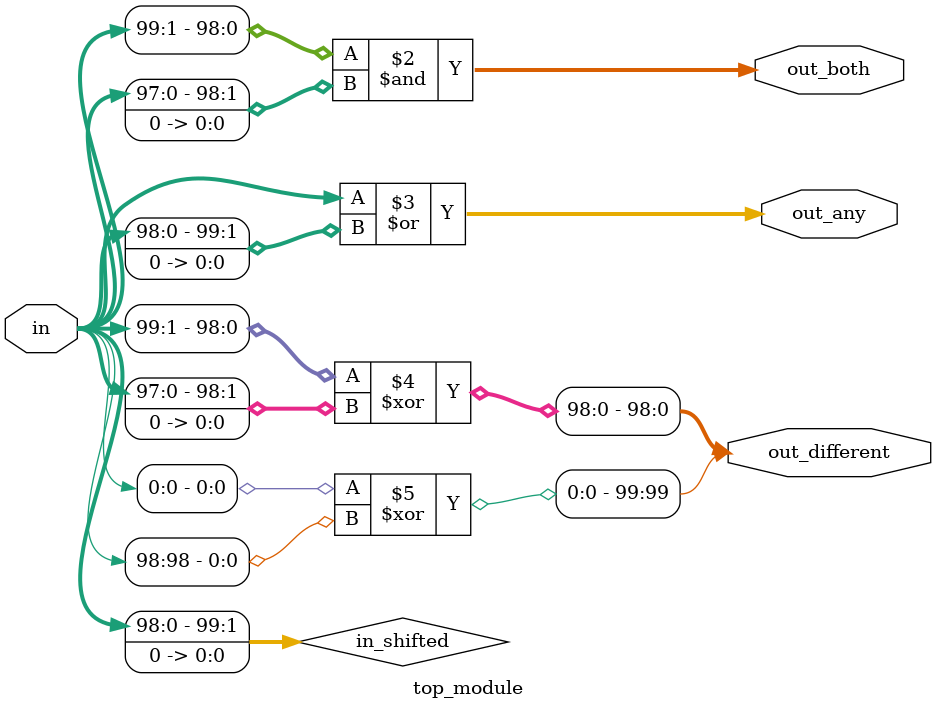
<source format=sv>
module top_module (
    input [99:0] in,
    output [98:0] out_both,
    output [99:0] out_any,
    output [99:0] out_different
);

    wire [99:0] in_shifted;
    assign in_shifted = in << 1;

    assign out_both = in[99:1] & in_shifted[98:0];
    assign out_any = in | in_shifted;
    assign out_different = {in[0] ^ in_shifted[99], in[99:1] ^ in_shifted[98:0]};

endmodule

</source>
